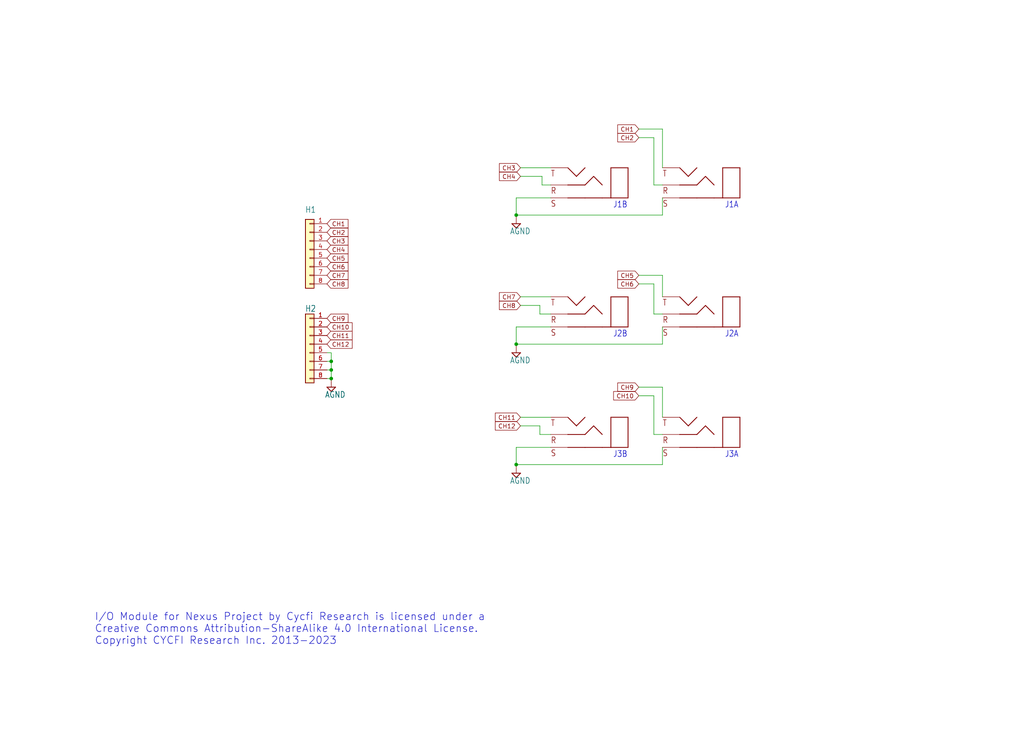
<source format=kicad_sch>
(kicad_sch (version 20211123) (generator eeschema)
  (paper "User" 302.311 218.491)
  (title_block (title "Nexus I/O Board") (date "2023-03-06") (rev "2.6") (company "Document Number: 2023001"))
  (lib_symbols
    (symbol "Connector_Generic:Conn_01x08" (pin_names (offset 1.016) hide)
      (property "Reference" "J" (at 0 10.16 0))
      (property "Value" "Conn_01x08" (at 0 -12.7 0))
      (symbol "Conn_01x08_1_1"
        (rectangle (start -1.27 -10.033) (end 0 -10.287) (stroke (width 0.1524)))
        (rectangle (start -1.27 -7.493) (end 0 -7.747) (stroke (width 0.1524)))
        (rectangle (start -1.27 -4.953) (end 0 -5.207) (stroke (width 0.1524)))
        (rectangle (start -1.27 -2.413) (end 0 -2.667) (stroke (width 0.1524)))
        (rectangle (start -1.27 0.127) (end 0 -0.127) (stroke (width 0.1524)))
        (rectangle (start -1.27 2.667) (end 0 2.413) (stroke (width 0.1524)))
        (rectangle (start -1.27 5.207) (end 0 4.953) (stroke (width 0.1524)))
        (rectangle (start -1.27 7.747) (end 0 7.493) (stroke (width 0.1524)))
        (rectangle (start -1.27 8.89) (end 1.27 -11.43) (stroke (width 0.254)) (fill (type background)))
        (pin passive line (at -5.08 7.62 0) (length 3.81) (name "Pin_1") (number "1"))
        (pin passive line (at -5.08 5.08 0) (length 3.81) (name "Pin_2") (number "2"))
        (pin passive line (at -5.08 2.54 0) (length 3.81) (name "Pin_3") (number "3"))
        (pin passive line (at -5.08 0 0) (length 3.81) (name "Pin_4") (number "4"))
        (pin passive line (at -5.08 -2.54 0) (length 3.81) (name "Pin_5") (number "5"))
        (pin passive line (at -5.08 -5.08 0) (length 3.81) (name "Pin_6") (number "6"))
        (pin passive line (at -5.08 -7.62 0) (length 3.81) (name "Pin_7") (number "7"))
        (pin passive line (at -5.08 -10.16 0) (length 3.81) (name "Pin_8") (number "8"))
      )
    )
    (symbol "io_module-eagle-import:GND" (power)
      (property "Value" "GND" (at -1.905 -3.175 0))
      (symbol "GND_1_0"
        (polyline (pts (xy -1.27 0) (xy 1.27 0)) (stroke (width 0.254)))
        (polyline (pts (xy 0 -1.27) (xy -1.27 0)) (stroke (width 0.254)))
        (polyline (pts (xy 1.27 0) (xy 0 -1.27)) (stroke (width 0.254)))
        (pin power_in line (at 0 2.54 270) (length 2.54) (name "GND") (number "1"))
      )
    )
    (symbol "io_module-eagle-import:ZHEJINAG_CK_STSJACKS"
      (symbol "ZHEJINAG_CK_STSJACKS_1_0"
        (polyline (pts (xy 5.08 -1.27) (xy 7.62 1.27)) (stroke (width 0.254)))
        (polyline (pts (xy 7.62 1.27) (xy 10.16 -1.27)) (stroke (width 0.254)))
        (polyline (pts (xy 10.16 3.81) (xy 5.08 3.81)) (stroke (width 0.254)))
        (polyline (pts (xy 10.16 3.81) (xy 12.7 1.27)) (stroke (width 0.254)))
        (polyline (pts (xy 10.16 7.62) (xy 5.08 7.62)) (stroke (width 0.254)))
        (polyline (pts (xy 12.7 1.27) (xy 15.24 3.81)) (stroke (width 0.254)))
        (polyline (pts (xy 15.24 7.62) (xy 10.16 7.62)) (stroke (width 0.254)))
        (polyline (pts (xy 15.24 7.62) (xy 17.78 7.62)) (stroke (width 0.254)))
        (polyline (pts (xy 17.78 -1.27) (xy 22.86 -1.27)) (stroke (width 0.254)))
        (polyline (pts (xy 17.78 7.62) (xy 17.78 -1.27)) (stroke (width 0.254)))
        (polyline (pts (xy 22.86 -1.27) (xy 22.86 7.62)) (stroke (width 0.254)))
        (polyline (pts (xy 22.86 7.62) (xy 17.78 7.62)) (stroke (width 0.254)))
        (text "R" (at 0 4.445 0) (effects (font (size 1.778 1.5113)) (justify left bottom)))
        (text "S" (at 0 8.255 0) (effects (font (size 1.778 1.5113)) (justify left bottom)))
        (text "T" (at 0 -0.635 0) (effects (font (size 1.778 1.5113)) (justify left bottom)))
        (pin bidirectional line (at 0 3.81 0) (length 5.08) (name "R") (number "2R"))
        (pin bidirectional line (at 0 7.62 0) (length 5.08) (name "S") (number "2S"))
        (pin bidirectional line (at 0 -1.27 0) (length 5.08) (name "T") (number "2T"))
      )
      (symbol "ZHEJINAG_CK_STSJACKS_2_0"
        (polyline (pts (xy 5.08 -1.27) (xy 7.62 1.27)) (stroke (width 0.254)))
        (polyline (pts (xy 7.62 1.27) (xy 10.16 -1.27)) (stroke (width 0.254)))
        (polyline (pts (xy 10.16 3.81) (xy 5.08 3.81)) (stroke (width 0.254)))
        (polyline (pts (xy 10.16 3.81) (xy 12.7 1.27)) (stroke (width 0.254)))
        (polyline (pts (xy 10.16 7.62) (xy 5.08 7.62)) (stroke (width 0.254)))
        (polyline (pts (xy 12.7 1.27) (xy 15.24 3.81)) (stroke (width 0.254)))
        (polyline (pts (xy 15.24 7.62) (xy 10.16 7.62)) (stroke (width 0.254)))
        (polyline (pts (xy 15.24 7.62) (xy 17.78 7.62)) (stroke (width 0.254)))
        (polyline (pts (xy 17.78 -1.27) (xy 22.86 -1.27)) (stroke (width 0.254)))
        (polyline (pts (xy 17.78 7.62) (xy 17.78 -1.27)) (stroke (width 0.254)))
        (polyline (pts (xy 22.86 -1.27) (xy 22.86 7.62)) (stroke (width 0.254)))
        (polyline (pts (xy 22.86 7.62) (xy 17.78 7.62)) (stroke (width 0.254)))
        (text "R" (at 0 4.445 0) (effects (font (size 1.778 1.5113)) (justify left bottom)))
        (text "S" (at 0 8.255 0) (effects (font (size 1.778 1.5113)) (justify left bottom)))
        (text "T" (at 0 -0.635 0) (effects (font (size 1.778 1.5113)) (justify left bottom)))
        (pin bidirectional line (at 0 3.81 0) (length 5.08) (name "R") (number "R"))
        (pin bidirectional line (at 0 7.62 0) (length 5.08) (name "S") (number "S"))
        (pin bidirectional line (at 0 -1.27 0) (length 5.08) (name "T") (number "T"))
      )
    )
  )
  (junction (at 152.4 63.5))
  (junction (at 97.79 109.22))
  (junction (at 152.4 137.16))
  (junction (at 97.79 111.76))
  (junction (at 152.4 101.6))
  (junction (at 97.79 106.68))
  (wire (pts (xy 160.02 52.07) (xy 160.02 54.61)))
  (wire (pts (xy 195.58 49.53) (xy 195.58 38.1)))
  (wire (pts (xy 188.595 83.82) (xy 193.04 83.82)))
  (wire (pts (xy 188.595 40.64) (xy 193.04 40.64)))
  (wire (pts (xy 153.67 87.63) (xy 162.56 87.63)))
  (wire (pts (xy 195.58 114.3) (xy 195.58 123.19)))
  (wire (pts (xy 160.02 54.61) (xy 162.56 54.61)))
  (wire (pts (xy 188.595 116.84) (xy 193.04 116.84)))
  (wire (pts (xy 152.4 63.5) (xy 152.4 58.42)))
  (wire (pts (xy 153.67 52.07) (xy 160.02 52.07)))
  (wire (pts (xy 159.385 92.71) (xy 162.56 92.71)))
  (wire (pts (xy 188.595 114.3) (xy 195.58 114.3)))
  (wire (pts (xy 96.52 106.68) (xy 97.79 106.68)))
  (wire (pts (xy 193.04 116.84) (xy 193.04 128.27)))
  (wire (pts (xy 193.04 54.61) (xy 195.58 54.61)))
  (wire (pts (xy 193.04 83.82) (xy 193.04 92.71)))
  (wire (pts (xy 195.58 101.6) (xy 152.4 101.6)))
  (wire (pts (xy 152.4 137.16) (xy 195.58 137.16)))
  (wire (pts (xy 96.52 111.76) (xy 97.79 111.76)))
  (wire (pts (xy 153.67 123.19) (xy 162.56 123.19)))
  (wire (pts (xy 188.595 38.1) (xy 195.58 38.1)))
  (wire (pts (xy 159.385 125.73) (xy 159.385 128.27)))
  (wire (pts (xy 195.58 58.42) (xy 195.58 63.5)))
  (wire (pts (xy 195.58 137.16) (xy 195.58 132.08)))
  (wire (pts (xy 152.4 58.42) (xy 162.56 58.42)))
  (wire (pts (xy 193.04 128.27) (xy 195.58 128.27)))
  (wire (pts (xy 97.79 111.76) (xy 97.79 109.22)))
  (wire (pts (xy 195.58 96.52) (xy 195.58 101.6)))
  (wire (pts (xy 193.04 40.64) (xy 193.04 54.61)))
  (wire (pts (xy 159.385 90.17) (xy 159.385 92.71)))
  (wire (pts (xy 152.4 132.08) (xy 162.56 132.08)))
  (wire (pts (xy 96.52 109.22) (xy 97.79 109.22)))
  (wire (pts (xy 153.67 125.73) (xy 159.385 125.73)))
  (wire (pts (xy 152.4 96.52) (xy 162.56 96.52)))
  (wire (pts (xy 159.385 128.27) (xy 162.56 128.27)))
  (wire (pts (xy 153.67 49.53) (xy 162.56 49.53)))
  (wire (pts (xy 195.58 63.5) (xy 152.4 63.5)))
  (wire (pts (xy 152.4 101.6) (xy 152.4 96.52)))
  (wire (pts (xy 97.79 106.68) (xy 97.79 104.14)))
  (wire (pts (xy 153.67 90.17) (xy 159.385 90.17)))
  (wire (pts (xy 193.04 92.71) (xy 195.58 92.71)))
  (wire (pts (xy 152.4 137.16) (xy 152.4 132.08)))
  (wire (pts (xy 195.58 81.28) (xy 195.58 87.63)))
  (wire (pts (xy 188.595 81.28) (xy 195.58 81.28)))
  (wire (pts (xy 97.79 104.14) (xy 96.52 104.14)))
  (wire (pts (xy 97.79 109.22) (xy 97.79 106.68)))
  (text "J3A" (at 213.995 135.255 180) (effects (font (size 1.778 1.5113)) (justify left bottom)))
  (text "J3B" (at 180.975 135.255 180) (effects (font (size 1.778 1.5113)) (justify left bottom)))
  (text "J1B" (at 180.975 61.595 180) (effects (font (size 1.778 1.5113)) (justify left bottom)))
  (text "J2B" (at 180.975 99.695 180) (effects (font (size 1.778 1.5113)) (justify left bottom)))
  (text "I/O Module for Nexus Project by Cycfi Research is licensed under a\nCreative Commons Attribution-ShareAlike 4.0 International License.\nCopyright CYCFI Research Inc. 2013-2023" (at 27.94 190.5 180) (effects (font (size 2.1844 2.1844)) (justify left bottom)))
  (text "J1A" (at 213.995 61.595 180) (effects (font (size 1.778 1.5113)) (justify left bottom)))
  (text "J2A" (at 213.995 99.695 180) (effects (font (size 1.778 1.5113)) (justify left bottom)))
  (global_label "CH4" (shape input) (at 153.67 52.07 180) (property "Intersheet References" "${INTERSHEET_REFS}" (effects hide)))
  (global_label "CH6" (shape input) (at 96.52 78.74 0) (property "Intersheet References" "${INTERSHEET_REFS}" (effects hide)))
  (global_label "CH10" (shape input) (at 188.595 116.84 180) (property "Intersheet References" "${INTERSHEET_REFS}" (effects hide)))
  (global_label "CH12" (shape input) (at 96.52 101.6 0) (property "Intersheet References" "${INTERSHEET_REFS}" (effects hide)))
  (global_label "CH12" (shape input) (at 153.67 125.73 180) (property "Intersheet References" "${INTERSHEET_REFS}" (effects hide)))
  (global_label "CH1" (shape input) (at 96.52 66.04 0) (property "Intersheet References" "${INTERSHEET_REFS}" (effects hide)))
  (global_label "CH2" (shape input) (at 96.52 68.58 0) (property "Intersheet References" "${INTERSHEET_REFS}" (effects hide)))
  (global_label "CH11" (shape input) (at 153.67 123.19 180) (property "Intersheet References" "${INTERSHEET_REFS}" (effects hide)))
  (global_label "CH3" (shape input) (at 96.52 71.12 0) (property "Intersheet References" "${INTERSHEET_REFS}" (effects hide)))
  (global_label "CH10" (shape input) (at 96.52 96.52 0) (property "Intersheet References" "${INTERSHEET_REFS}" (effects hide)))
  (global_label "CH3" (shape input) (at 153.67 49.53 180) (property "Intersheet References" "${INTERSHEET_REFS}" (effects hide)))
  (global_label "CH8" (shape input) (at 153.67 90.17 180) (property "Intersheet References" "${INTERSHEET_REFS}" (effects hide)))
  (global_label "CH7" (shape input) (at 96.52 81.28 0) (property "Intersheet References" "${INTERSHEET_REFS}" (effects hide)))
  (global_label "CH1" (shape input) (at 188.595 38.1 180) (property "Intersheet References" "${INTERSHEET_REFS}" (effects hide)))
  (global_label "CH9" (shape input) (at 96.52 93.98 0) (property "Intersheet References" "${INTERSHEET_REFS}" (effects hide)))
  (global_label "CH11" (shape input) (at 96.52 99.06 0) (property "Intersheet References" "${INTERSHEET_REFS}" (effects hide)))
  (global_label "CH2" (shape input) (at 188.595 40.64 180) (property "Intersheet References" "${INTERSHEET_REFS}" (effects hide)))
  (global_label "CH9" (shape input) (at 188.595 114.3 180) (property "Intersheet References" "${INTERSHEET_REFS}" (effects hide)))
  (global_label "CH8" (shape input) (at 96.52 83.82 0) (property "Intersheet References" "${INTERSHEET_REFS}" (effects hide)))
  (global_label "CH4" (shape input) (at 96.52 73.66 0) (property "Intersheet References" "${INTERSHEET_REFS}" (effects hide)))
  (global_label "CH5" (shape input) (at 96.52 76.2 0) (property "Intersheet References" "${INTERSHEET_REFS}" (effects hide)))
  (global_label "CH7" (shape input) (at 153.67 87.63 180) (property "Intersheet References" "${INTERSHEET_REFS}" (effects hide)))
  (global_label "CH5" (shape input) (at 188.595 81.28 180) (property "Intersheet References" "${INTERSHEET_REFS}" (effects hide)))
  (global_label "CH6" (shape input) (at 188.595 83.82 180) (property "Intersheet References" "${INTERSHEET_REFS}" (effects hide)))
  (symbol (lib_id "io_module-eagle-import:GND") (at 97.79 114.3 0) (unit 1)
    (property "Reference" "#AGND?" (effects hide))
    (property "Value" "AGND" (at 95.885 117.475 0) (effects (font (size 1.778 1.5113)) (justify left bottom)))
    (property "Footprint" "io_module:" (effects hide))
  )
  (symbol (lib_id "io_module-eagle-import:ZHEJINAG_CK_STSJACKS") (at 162.56 124.46 0) (mirror x) (unit 2)
    (property "Reference" "J3" (effects hide))
    (property "Value" "ZHEJINAG_CK_STSJACKS" (effects hide))
    (property "Footprint" "io_module:ZHEJINAG_CK_6.35" (effects hide))
  )
  (symbol (lib_id "Connector_Generic:Conn_01x08") (at 91.44 73.66 0) (mirror y) (unit 1)
    (property "Reference" "H1" (at 93.345 62.865 0) (effects (font (size 1.778 1.5113)) (justify left bottom)))
    (property "Value" "MA08-1" (effects hide))
    (property "Footprint" "Connector_PinHeader_2.54mm:PinHeader_1x08_P2.54mm_Vertical" (effects hide))
  )
  (symbol (lib_id "Connector_Generic:Conn_01x08") (at 91.44 101.6 0) (mirror y) (unit 1)
    (property "Reference" "H2" (at 93.345 92.075 0) (effects (font (size 1.778 1.5113)) (justify left bottom)))
    (property "Value" "MA08-1" (effects hide))
    (property "Footprint" "Connector_PinHeader_2.54mm:PinHeader_1x08_P2.54mm_Vertical" (effects hide))
  )
  (symbol (lib_id "io_module-eagle-import:ZHEJINAG_CK_STSJACKS") (at 195.58 124.46 0) (mirror x) (unit 1)
    (property "Reference" "J3" (effects hide))
    (property "Value" "ZHEJINAG_CK_STSJACKS" (effects hide))
    (property "Footprint" "io_module:ZHEJINAG_CK_6.35" (effects hide))
  )
  (symbol (lib_id "io_module-eagle-import:ZHEJINAG_CK_STSJACKS") (at 195.58 88.9 0) (mirror x) (unit 1)
    (property "Reference" "J2" (effects hide))
    (property "Value" "ZHEJINAG_CK_STSJACKS" (effects hide))
    (property "Footprint" "io_module:ZHEJINAG_CK_6.35" (effects hide))
  )
  (symbol (lib_id "io_module-eagle-import:GND") (at 152.4 139.7 0) (unit 1)
    (property "Reference" "#AGND06" (effects hide))
    (property "Value" "AGND" (at 150.495 142.875 0) (effects (font (size 1.778 1.5113)) (justify left bottom)))
    (property "Footprint" "io_module:" (effects hide))
  )
  (symbol (lib_id "io_module-eagle-import:ZHEJINAG_CK_STSJACKS") (at 162.56 88.9 0) (mirror x) (unit 2)
    (property "Reference" "J2" (effects hide))
    (property "Value" "ZHEJINAG_CK_STSJACKS" (effects hide))
    (property "Footprint" "io_module:ZHEJINAG_CK_6.35" (effects hide))
  )
  (symbol (lib_id "io_module-eagle-import:ZHEJINAG_CK_STSJACKS") (at 195.58 50.8 0) (mirror x) (unit 1)
    (property "Reference" "J1" (effects hide))
    (property "Value" "ZHEJINAG_CK_STSJACKS" (effects hide))
    (property "Footprint" "io_module:ZHEJINAG_CK_6.35" (effects hide))
  )
  (symbol (lib_id "io_module-eagle-import:GND") (at 152.4 104.14 0) (unit 1)
    (property "Reference" "#AGND02" (effects hide))
    (property "Value" "AGND" (at 150.495 107.315 0) (effects (font (size 1.778 1.5113)) (justify left bottom)))
    (property "Footprint" "io_module:" (effects hide))
  )
  (symbol (lib_id "io_module-eagle-import:GND") (at 152.4 66.04 0) (unit 1)
    (property "Reference" "#AGND01" (effects hide))
    (property "Value" "AGND" (at 150.495 69.215 0) (effects (font (size 1.778 1.5113)) (justify left bottom)))
    (property "Footprint" "io_module:" (effects hide))
  )
  (symbol (lib_id "io_module-eagle-import:ZHEJINAG_CK_STSJACKS") (at 162.56 50.8 0) (mirror x) (unit 2)
    (property "Reference" "J1" (effects hide))
    (property "Value" "ZHEJINAG_CK_STSJACKS" (effects hide))
    (property "Footprint" "io_module:ZHEJINAG_CK_6.35" (effects hide))
  )
)
</source>
